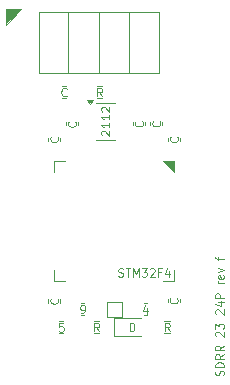
<source format=gbr>
%TF.GenerationSoftware,KiCad,Pcbnew,8.0.5*%
%TF.CreationDate,2025-07-05T09:51:00+01:00*%
%TF.ProjectId,sdrr rev f,73647272-2072-4657-9620-662e6b696361,rev?*%
%TF.SameCoordinates,Original*%
%TF.FileFunction,Legend,Top*%
%TF.FilePolarity,Positive*%
%FSLAX46Y46*%
G04 Gerber Fmt 4.6, Leading zero omitted, Abs format (unit mm)*
G04 Created by KiCad (PCBNEW 8.0.5) date 2025-07-05 09:51:00*
%MOMM*%
%LPD*%
G01*
G04 APERTURE LIST*
%ADD10C,0.100000*%
%ADD11C,0.120000*%
G04 APERTURE END LIST*
D10*
X100076000Y-31521400D02*
X100076000Y-30226000D01*
X101346000Y-30226000D01*
X100076000Y-31521400D01*
G36*
X100076000Y-31521400D02*
G01*
X100076000Y-30226000D01*
X101346000Y-30226000D01*
X100076000Y-31521400D01*
G37*
X107938066Y-57468633D02*
X107704733Y-57135300D01*
X107538066Y-57468633D02*
X107538066Y-56768633D01*
X107538066Y-56768633D02*
X107804733Y-56768633D01*
X107804733Y-56768633D02*
X107871400Y-56801966D01*
X107871400Y-56801966D02*
X107904733Y-56835300D01*
X107904733Y-56835300D02*
X107938066Y-56901966D01*
X107938066Y-56901966D02*
X107938066Y-57001966D01*
X107938066Y-57001966D02*
X107904733Y-57068633D01*
X107904733Y-57068633D02*
X107871400Y-57101966D01*
X107871400Y-57101966D02*
X107804733Y-57135300D01*
X107804733Y-57135300D02*
X107538066Y-57135300D01*
X106419667Y-55944633D02*
X106553000Y-55944633D01*
X106553000Y-55944633D02*
X106619667Y-55911300D01*
X106619667Y-55911300D02*
X106653000Y-55877966D01*
X106653000Y-55877966D02*
X106719667Y-55777966D01*
X106719667Y-55777966D02*
X106753000Y-55644633D01*
X106753000Y-55644633D02*
X106753000Y-55377966D01*
X106753000Y-55377966D02*
X106719667Y-55311300D01*
X106719667Y-55311300D02*
X106686333Y-55277966D01*
X106686333Y-55277966D02*
X106619667Y-55244633D01*
X106619667Y-55244633D02*
X106486333Y-55244633D01*
X106486333Y-55244633D02*
X106419667Y-55277966D01*
X106419667Y-55277966D02*
X106386333Y-55311300D01*
X106386333Y-55311300D02*
X106353000Y-55377966D01*
X106353000Y-55377966D02*
X106353000Y-55544633D01*
X106353000Y-55544633D02*
X106386333Y-55611300D01*
X106386333Y-55611300D02*
X106419667Y-55644633D01*
X106419667Y-55644633D02*
X106486333Y-55677966D01*
X106486333Y-55677966D02*
X106619667Y-55677966D01*
X106619667Y-55677966D02*
X106686333Y-55644633D01*
X106686333Y-55644633D02*
X106719667Y-55611300D01*
X106719667Y-55611300D02*
X106753000Y-55544633D01*
X104442766Y-41007533D02*
X104476100Y-41040866D01*
X104476100Y-41040866D02*
X104509433Y-41140866D01*
X104509433Y-41140866D02*
X104509433Y-41207533D01*
X104509433Y-41207533D02*
X104476100Y-41307533D01*
X104476100Y-41307533D02*
X104409433Y-41374200D01*
X104409433Y-41374200D02*
X104342766Y-41407533D01*
X104342766Y-41407533D02*
X104209433Y-41440866D01*
X104209433Y-41440866D02*
X104109433Y-41440866D01*
X104109433Y-41440866D02*
X103976100Y-41407533D01*
X103976100Y-41407533D02*
X103909433Y-41374200D01*
X103909433Y-41374200D02*
X103842766Y-41307533D01*
X103842766Y-41307533D02*
X103809433Y-41207533D01*
X103809433Y-41207533D02*
X103809433Y-41140866D01*
X103809433Y-41140866D02*
X103842766Y-41040866D01*
X103842766Y-41040866D02*
X103876100Y-41007533D01*
X110535266Y-57443233D02*
X110535266Y-56743233D01*
X110535266Y-56743233D02*
X110701933Y-56743233D01*
X110701933Y-56743233D02*
X110801933Y-56776566D01*
X110801933Y-56776566D02*
X110868600Y-56843233D01*
X110868600Y-56843233D02*
X110901933Y-56909900D01*
X110901933Y-56909900D02*
X110935266Y-57043233D01*
X110935266Y-57043233D02*
X110935266Y-57143233D01*
X110935266Y-57143233D02*
X110901933Y-57276566D01*
X110901933Y-57276566D02*
X110868600Y-57343233D01*
X110868600Y-57343233D02*
X110801933Y-57409900D01*
X110801933Y-57409900D02*
X110701933Y-57443233D01*
X110701933Y-57443233D02*
X110535266Y-57443233D01*
X104916267Y-56794033D02*
X104582933Y-56794033D01*
X104582933Y-56794033D02*
X104549600Y-57127366D01*
X104549600Y-57127366D02*
X104582933Y-57094033D01*
X104582933Y-57094033D02*
X104649600Y-57060700D01*
X104649600Y-57060700D02*
X104816267Y-57060700D01*
X104816267Y-57060700D02*
X104882933Y-57094033D01*
X104882933Y-57094033D02*
X104916267Y-57127366D01*
X104916267Y-57127366D02*
X104949600Y-57194033D01*
X104949600Y-57194033D02*
X104949600Y-57360700D01*
X104949600Y-57360700D02*
X104916267Y-57427366D01*
X104916267Y-57427366D02*
X104882933Y-57460700D01*
X104882933Y-57460700D02*
X104816267Y-57494033D01*
X104816267Y-57494033D02*
X104649600Y-57494033D01*
X104649600Y-57494033D02*
X104582933Y-57460700D01*
X104582933Y-57460700D02*
X104549600Y-57427366D01*
X105194866Y-37513766D02*
X105161533Y-37547100D01*
X105161533Y-37547100D02*
X105061533Y-37580433D01*
X105061533Y-37580433D02*
X104994866Y-37580433D01*
X104994866Y-37580433D02*
X104894866Y-37547100D01*
X104894866Y-37547100D02*
X104828200Y-37480433D01*
X104828200Y-37480433D02*
X104794866Y-37413766D01*
X104794866Y-37413766D02*
X104761533Y-37280433D01*
X104761533Y-37280433D02*
X104761533Y-37180433D01*
X104761533Y-37180433D02*
X104794866Y-37047100D01*
X104794866Y-37047100D02*
X104828200Y-36980433D01*
X104828200Y-36980433D02*
X104894866Y-36913766D01*
X104894866Y-36913766D02*
X104994866Y-36880433D01*
X104994866Y-36880433D02*
X105061533Y-36880433D01*
X105061533Y-36880433D02*
X105161533Y-36913766D01*
X105161533Y-36913766D02*
X105194866Y-36947100D01*
X104442766Y-54698133D02*
X104476100Y-54731466D01*
X104476100Y-54731466D02*
X104509433Y-54831466D01*
X104509433Y-54831466D02*
X104509433Y-54898133D01*
X104509433Y-54898133D02*
X104476100Y-54998133D01*
X104476100Y-54998133D02*
X104409433Y-55064800D01*
X104409433Y-55064800D02*
X104342766Y-55098133D01*
X104342766Y-55098133D02*
X104209433Y-55131466D01*
X104209433Y-55131466D02*
X104109433Y-55131466D01*
X104109433Y-55131466D02*
X103976100Y-55098133D01*
X103976100Y-55098133D02*
X103909433Y-55064800D01*
X103909433Y-55064800D02*
X103842766Y-54998133D01*
X103842766Y-54998133D02*
X103809433Y-54898133D01*
X103809433Y-54898133D02*
X103809433Y-54831466D01*
X103809433Y-54831466D02*
X103842766Y-54731466D01*
X103842766Y-54731466D02*
X103876100Y-54698133D01*
X111605566Y-39686733D02*
X111638900Y-39720066D01*
X111638900Y-39720066D02*
X111672233Y-39820066D01*
X111672233Y-39820066D02*
X111672233Y-39886733D01*
X111672233Y-39886733D02*
X111638900Y-39986733D01*
X111638900Y-39986733D02*
X111572233Y-40053400D01*
X111572233Y-40053400D02*
X111505566Y-40086733D01*
X111505566Y-40086733D02*
X111372233Y-40120066D01*
X111372233Y-40120066D02*
X111272233Y-40120066D01*
X111272233Y-40120066D02*
X111138900Y-40086733D01*
X111138900Y-40086733D02*
X111072233Y-40053400D01*
X111072233Y-40053400D02*
X111005566Y-39986733D01*
X111005566Y-39986733D02*
X110972233Y-39886733D01*
X110972233Y-39886733D02*
X110972233Y-39820066D01*
X110972233Y-39820066D02*
X111005566Y-39720066D01*
X111005566Y-39720066D02*
X111038900Y-39686733D01*
X109593333Y-52812500D02*
X109693333Y-52845833D01*
X109693333Y-52845833D02*
X109860000Y-52845833D01*
X109860000Y-52845833D02*
X109926666Y-52812500D01*
X109926666Y-52812500D02*
X109960000Y-52779166D01*
X109960000Y-52779166D02*
X109993333Y-52712500D01*
X109993333Y-52712500D02*
X109993333Y-52645833D01*
X109993333Y-52645833D02*
X109960000Y-52579166D01*
X109960000Y-52579166D02*
X109926666Y-52545833D01*
X109926666Y-52545833D02*
X109860000Y-52512500D01*
X109860000Y-52512500D02*
X109726666Y-52479166D01*
X109726666Y-52479166D02*
X109660000Y-52445833D01*
X109660000Y-52445833D02*
X109626666Y-52412500D01*
X109626666Y-52412500D02*
X109593333Y-52345833D01*
X109593333Y-52345833D02*
X109593333Y-52279166D01*
X109593333Y-52279166D02*
X109626666Y-52212500D01*
X109626666Y-52212500D02*
X109660000Y-52179166D01*
X109660000Y-52179166D02*
X109726666Y-52145833D01*
X109726666Y-52145833D02*
X109893333Y-52145833D01*
X109893333Y-52145833D02*
X109993333Y-52179166D01*
X110193333Y-52145833D02*
X110593333Y-52145833D01*
X110393333Y-52845833D02*
X110393333Y-52145833D01*
X110826666Y-52845833D02*
X110826666Y-52145833D01*
X110826666Y-52145833D02*
X111060000Y-52645833D01*
X111060000Y-52645833D02*
X111293333Y-52145833D01*
X111293333Y-52145833D02*
X111293333Y-52845833D01*
X111560000Y-52145833D02*
X111993333Y-52145833D01*
X111993333Y-52145833D02*
X111760000Y-52412500D01*
X111760000Y-52412500D02*
X111860000Y-52412500D01*
X111860000Y-52412500D02*
X111926666Y-52445833D01*
X111926666Y-52445833D02*
X111960000Y-52479166D01*
X111960000Y-52479166D02*
X111993333Y-52545833D01*
X111993333Y-52545833D02*
X111993333Y-52712500D01*
X111993333Y-52712500D02*
X111960000Y-52779166D01*
X111960000Y-52779166D02*
X111926666Y-52812500D01*
X111926666Y-52812500D02*
X111860000Y-52845833D01*
X111860000Y-52845833D02*
X111660000Y-52845833D01*
X111660000Y-52845833D02*
X111593333Y-52812500D01*
X111593333Y-52812500D02*
X111560000Y-52779166D01*
X112260000Y-52212500D02*
X112293333Y-52179166D01*
X112293333Y-52179166D02*
X112360000Y-52145833D01*
X112360000Y-52145833D02*
X112526667Y-52145833D01*
X112526667Y-52145833D02*
X112593333Y-52179166D01*
X112593333Y-52179166D02*
X112626667Y-52212500D01*
X112626667Y-52212500D02*
X112660000Y-52279166D01*
X112660000Y-52279166D02*
X112660000Y-52345833D01*
X112660000Y-52345833D02*
X112626667Y-52445833D01*
X112626667Y-52445833D02*
X112226667Y-52845833D01*
X112226667Y-52845833D02*
X112660000Y-52845833D01*
X113193334Y-52479166D02*
X112960000Y-52479166D01*
X112960000Y-52845833D02*
X112960000Y-52145833D01*
X112960000Y-52145833D02*
X113293334Y-52145833D01*
X113860000Y-52379166D02*
X113860000Y-52845833D01*
X113693334Y-52112500D02*
X113526667Y-52612500D01*
X113526667Y-52612500D02*
X113960000Y-52612500D01*
X108192066Y-37580433D02*
X107958733Y-37247100D01*
X107792066Y-37580433D02*
X107792066Y-36880433D01*
X107792066Y-36880433D02*
X108058733Y-36880433D01*
X108058733Y-36880433D02*
X108125400Y-36913766D01*
X108125400Y-36913766D02*
X108158733Y-36947100D01*
X108158733Y-36947100D02*
X108192066Y-37013766D01*
X108192066Y-37013766D02*
X108192066Y-37113766D01*
X108192066Y-37113766D02*
X108158733Y-37180433D01*
X108158733Y-37180433D02*
X108125400Y-37213766D01*
X108125400Y-37213766D02*
X108058733Y-37247100D01*
X108058733Y-37247100D02*
X107792066Y-37247100D01*
X113932466Y-57468633D02*
X113699133Y-57135300D01*
X113532466Y-57468633D02*
X113532466Y-56768633D01*
X113532466Y-56768633D02*
X113799133Y-56768633D01*
X113799133Y-56768633D02*
X113865800Y-56801966D01*
X113865800Y-56801966D02*
X113899133Y-56835300D01*
X113899133Y-56835300D02*
X113932466Y-56901966D01*
X113932466Y-56901966D02*
X113932466Y-57001966D01*
X113932466Y-57001966D02*
X113899133Y-57068633D01*
X113899133Y-57068633D02*
X113865800Y-57101966D01*
X113865800Y-57101966D02*
X113799133Y-57135300D01*
X113799133Y-57135300D02*
X113532466Y-57135300D01*
X105941366Y-39712133D02*
X105974700Y-39745466D01*
X105974700Y-39745466D02*
X106008033Y-39845466D01*
X106008033Y-39845466D02*
X106008033Y-39912133D01*
X106008033Y-39912133D02*
X105974700Y-40012133D01*
X105974700Y-40012133D02*
X105908033Y-40078800D01*
X105908033Y-40078800D02*
X105841366Y-40112133D01*
X105841366Y-40112133D02*
X105708033Y-40145466D01*
X105708033Y-40145466D02*
X105608033Y-40145466D01*
X105608033Y-40145466D02*
X105474700Y-40112133D01*
X105474700Y-40112133D02*
X105408033Y-40078800D01*
X105408033Y-40078800D02*
X105341366Y-40012133D01*
X105341366Y-40012133D02*
X105308033Y-39912133D01*
X105308033Y-39912133D02*
X105308033Y-39845466D01*
X105308033Y-39845466D02*
X105341366Y-39745466D01*
X105341366Y-39745466D02*
X105374700Y-39712133D01*
X114577366Y-41007533D02*
X114610700Y-41040866D01*
X114610700Y-41040866D02*
X114644033Y-41140866D01*
X114644033Y-41140866D02*
X114644033Y-41207533D01*
X114644033Y-41207533D02*
X114610700Y-41307533D01*
X114610700Y-41307533D02*
X114544033Y-41374200D01*
X114544033Y-41374200D02*
X114477366Y-41407533D01*
X114477366Y-41407533D02*
X114344033Y-41440866D01*
X114344033Y-41440866D02*
X114244033Y-41440866D01*
X114244033Y-41440866D02*
X114110700Y-41407533D01*
X114110700Y-41407533D02*
X114044033Y-41374200D01*
X114044033Y-41374200D02*
X113977366Y-41307533D01*
X113977366Y-41307533D02*
X113944033Y-41207533D01*
X113944033Y-41207533D02*
X113944033Y-41140866D01*
X113944033Y-41140866D02*
X113977366Y-41040866D01*
X113977366Y-41040866D02*
X114010700Y-41007533D01*
X118471500Y-61193532D02*
X118504833Y-61093532D01*
X118504833Y-61093532D02*
X118504833Y-60926866D01*
X118504833Y-60926866D02*
X118471500Y-60860199D01*
X118471500Y-60860199D02*
X118438166Y-60826866D01*
X118438166Y-60826866D02*
X118371500Y-60793532D01*
X118371500Y-60793532D02*
X118304833Y-60793532D01*
X118304833Y-60793532D02*
X118238166Y-60826866D01*
X118238166Y-60826866D02*
X118204833Y-60860199D01*
X118204833Y-60860199D02*
X118171500Y-60926866D01*
X118171500Y-60926866D02*
X118138166Y-61060199D01*
X118138166Y-61060199D02*
X118104833Y-61126866D01*
X118104833Y-61126866D02*
X118071500Y-61160199D01*
X118071500Y-61160199D02*
X118004833Y-61193532D01*
X118004833Y-61193532D02*
X117938166Y-61193532D01*
X117938166Y-61193532D02*
X117871500Y-61160199D01*
X117871500Y-61160199D02*
X117838166Y-61126866D01*
X117838166Y-61126866D02*
X117804833Y-61060199D01*
X117804833Y-61060199D02*
X117804833Y-60893532D01*
X117804833Y-60893532D02*
X117838166Y-60793532D01*
X118504833Y-60493532D02*
X117804833Y-60493532D01*
X117804833Y-60493532D02*
X117804833Y-60326865D01*
X117804833Y-60326865D02*
X117838166Y-60226865D01*
X117838166Y-60226865D02*
X117904833Y-60160199D01*
X117904833Y-60160199D02*
X117971500Y-60126865D01*
X117971500Y-60126865D02*
X118104833Y-60093532D01*
X118104833Y-60093532D02*
X118204833Y-60093532D01*
X118204833Y-60093532D02*
X118338166Y-60126865D01*
X118338166Y-60126865D02*
X118404833Y-60160199D01*
X118404833Y-60160199D02*
X118471500Y-60226865D01*
X118471500Y-60226865D02*
X118504833Y-60326865D01*
X118504833Y-60326865D02*
X118504833Y-60493532D01*
X118504833Y-59393532D02*
X118171500Y-59626865D01*
X118504833Y-59793532D02*
X117804833Y-59793532D01*
X117804833Y-59793532D02*
X117804833Y-59526865D01*
X117804833Y-59526865D02*
X117838166Y-59460199D01*
X117838166Y-59460199D02*
X117871500Y-59426865D01*
X117871500Y-59426865D02*
X117938166Y-59393532D01*
X117938166Y-59393532D02*
X118038166Y-59393532D01*
X118038166Y-59393532D02*
X118104833Y-59426865D01*
X118104833Y-59426865D02*
X118138166Y-59460199D01*
X118138166Y-59460199D02*
X118171500Y-59526865D01*
X118171500Y-59526865D02*
X118171500Y-59793532D01*
X118504833Y-58693532D02*
X118171500Y-58926865D01*
X118504833Y-59093532D02*
X117804833Y-59093532D01*
X117804833Y-59093532D02*
X117804833Y-58826865D01*
X117804833Y-58826865D02*
X117838166Y-58760199D01*
X117838166Y-58760199D02*
X117871500Y-58726865D01*
X117871500Y-58726865D02*
X117938166Y-58693532D01*
X117938166Y-58693532D02*
X118038166Y-58693532D01*
X118038166Y-58693532D02*
X118104833Y-58726865D01*
X118104833Y-58726865D02*
X118138166Y-58760199D01*
X118138166Y-58760199D02*
X118171500Y-58826865D01*
X118171500Y-58826865D02*
X118171500Y-59093532D01*
X117871500Y-57893532D02*
X117838166Y-57860199D01*
X117838166Y-57860199D02*
X117804833Y-57793532D01*
X117804833Y-57793532D02*
X117804833Y-57626866D01*
X117804833Y-57626866D02*
X117838166Y-57560199D01*
X117838166Y-57560199D02*
X117871500Y-57526866D01*
X117871500Y-57526866D02*
X117938166Y-57493532D01*
X117938166Y-57493532D02*
X118004833Y-57493532D01*
X118004833Y-57493532D02*
X118104833Y-57526866D01*
X118104833Y-57526866D02*
X118504833Y-57926866D01*
X118504833Y-57926866D02*
X118504833Y-57493532D01*
X117804833Y-57260199D02*
X117804833Y-56826865D01*
X117804833Y-56826865D02*
X118071500Y-57060199D01*
X118071500Y-57060199D02*
X118071500Y-56960199D01*
X118071500Y-56960199D02*
X118104833Y-56893532D01*
X118104833Y-56893532D02*
X118138166Y-56860199D01*
X118138166Y-56860199D02*
X118204833Y-56826865D01*
X118204833Y-56826865D02*
X118371500Y-56826865D01*
X118371500Y-56826865D02*
X118438166Y-56860199D01*
X118438166Y-56860199D02*
X118471500Y-56893532D01*
X118471500Y-56893532D02*
X118504833Y-56960199D01*
X118504833Y-56960199D02*
X118504833Y-57160199D01*
X118504833Y-57160199D02*
X118471500Y-57226865D01*
X118471500Y-57226865D02*
X118438166Y-57260199D01*
X117871500Y-56026865D02*
X117838166Y-55993532D01*
X117838166Y-55993532D02*
X117804833Y-55926865D01*
X117804833Y-55926865D02*
X117804833Y-55760199D01*
X117804833Y-55760199D02*
X117838166Y-55693532D01*
X117838166Y-55693532D02*
X117871500Y-55660199D01*
X117871500Y-55660199D02*
X117938166Y-55626865D01*
X117938166Y-55626865D02*
X118004833Y-55626865D01*
X118004833Y-55626865D02*
X118104833Y-55660199D01*
X118104833Y-55660199D02*
X118504833Y-56060199D01*
X118504833Y-56060199D02*
X118504833Y-55626865D01*
X118038166Y-55026865D02*
X118504833Y-55026865D01*
X117771500Y-55193532D02*
X118271500Y-55360198D01*
X118271500Y-55360198D02*
X118271500Y-54926865D01*
X118504833Y-54660198D02*
X117804833Y-54660198D01*
X117804833Y-54660198D02*
X117804833Y-54393531D01*
X117804833Y-54393531D02*
X117838166Y-54326865D01*
X117838166Y-54326865D02*
X117871500Y-54293531D01*
X117871500Y-54293531D02*
X117938166Y-54260198D01*
X117938166Y-54260198D02*
X118038166Y-54260198D01*
X118038166Y-54260198D02*
X118104833Y-54293531D01*
X118104833Y-54293531D02*
X118138166Y-54326865D01*
X118138166Y-54326865D02*
X118171500Y-54393531D01*
X118171500Y-54393531D02*
X118171500Y-54660198D01*
X118504833Y-53426865D02*
X118038166Y-53426865D01*
X118171500Y-53426865D02*
X118104833Y-53393532D01*
X118104833Y-53393532D02*
X118071500Y-53360198D01*
X118071500Y-53360198D02*
X118038166Y-53293532D01*
X118038166Y-53293532D02*
X118038166Y-53226865D01*
X118471500Y-52726865D02*
X118504833Y-52793532D01*
X118504833Y-52793532D02*
X118504833Y-52926865D01*
X118504833Y-52926865D02*
X118471500Y-52993532D01*
X118471500Y-52993532D02*
X118404833Y-53026865D01*
X118404833Y-53026865D02*
X118138166Y-53026865D01*
X118138166Y-53026865D02*
X118071500Y-52993532D01*
X118071500Y-52993532D02*
X118038166Y-52926865D01*
X118038166Y-52926865D02*
X118038166Y-52793532D01*
X118038166Y-52793532D02*
X118071500Y-52726865D01*
X118071500Y-52726865D02*
X118138166Y-52693532D01*
X118138166Y-52693532D02*
X118204833Y-52693532D01*
X118204833Y-52693532D02*
X118271500Y-53026865D01*
X118038166Y-52460199D02*
X118504833Y-52293532D01*
X118504833Y-52293532D02*
X118038166Y-52126865D01*
X118038166Y-51426866D02*
X118038166Y-51160199D01*
X118504833Y-51326866D02*
X117904833Y-51326866D01*
X117904833Y-51326866D02*
X117838166Y-51293533D01*
X117838166Y-51293533D02*
X117804833Y-51226866D01*
X117804833Y-51226866D02*
X117804833Y-51160199D01*
X108194100Y-40874800D02*
X108160766Y-40841467D01*
X108160766Y-40841467D02*
X108127433Y-40774800D01*
X108127433Y-40774800D02*
X108127433Y-40608134D01*
X108127433Y-40608134D02*
X108160766Y-40541467D01*
X108160766Y-40541467D02*
X108194100Y-40508134D01*
X108194100Y-40508134D02*
X108260766Y-40474800D01*
X108260766Y-40474800D02*
X108327433Y-40474800D01*
X108327433Y-40474800D02*
X108427433Y-40508134D01*
X108427433Y-40508134D02*
X108827433Y-40908134D01*
X108827433Y-40908134D02*
X108827433Y-40474800D01*
X108827433Y-39808133D02*
X108827433Y-40208133D01*
X108827433Y-40008133D02*
X108127433Y-40008133D01*
X108127433Y-40008133D02*
X108227433Y-40074800D01*
X108227433Y-40074800D02*
X108294100Y-40141467D01*
X108294100Y-40141467D02*
X108327433Y-40208133D01*
X108827433Y-39141466D02*
X108827433Y-39541466D01*
X108827433Y-39341466D02*
X108127433Y-39341466D01*
X108127433Y-39341466D02*
X108227433Y-39408133D01*
X108227433Y-39408133D02*
X108294100Y-39474800D01*
X108294100Y-39474800D02*
X108327433Y-39541466D01*
X108194100Y-38874799D02*
X108160766Y-38841466D01*
X108160766Y-38841466D02*
X108127433Y-38774799D01*
X108127433Y-38774799D02*
X108127433Y-38608133D01*
X108127433Y-38608133D02*
X108160766Y-38541466D01*
X108160766Y-38541466D02*
X108194100Y-38508133D01*
X108194100Y-38508133D02*
X108260766Y-38474799D01*
X108260766Y-38474799D02*
X108327433Y-38474799D01*
X108327433Y-38474799D02*
X108427433Y-38508133D01*
X108427433Y-38508133D02*
X108827433Y-38908133D01*
X108827433Y-38908133D02*
X108827433Y-38474799D01*
X114551966Y-54672733D02*
X114585300Y-54706066D01*
X114585300Y-54706066D02*
X114618633Y-54806066D01*
X114618633Y-54806066D02*
X114618633Y-54872733D01*
X114618633Y-54872733D02*
X114585300Y-54972733D01*
X114585300Y-54972733D02*
X114518633Y-55039400D01*
X114518633Y-55039400D02*
X114451966Y-55072733D01*
X114451966Y-55072733D02*
X114318633Y-55106066D01*
X114318633Y-55106066D02*
X114218633Y-55106066D01*
X114218633Y-55106066D02*
X114085300Y-55072733D01*
X114085300Y-55072733D02*
X114018633Y-55039400D01*
X114018633Y-55039400D02*
X113951966Y-54972733D01*
X113951966Y-54972733D02*
X113918633Y-54872733D01*
X113918633Y-54872733D02*
X113918633Y-54806066D01*
X113918633Y-54806066D02*
X113951966Y-54706066D01*
X113951966Y-54706066D02*
X113985300Y-54672733D01*
X113078766Y-39686733D02*
X113112100Y-39720066D01*
X113112100Y-39720066D02*
X113145433Y-39820066D01*
X113145433Y-39820066D02*
X113145433Y-39886733D01*
X113145433Y-39886733D02*
X113112100Y-39986733D01*
X113112100Y-39986733D02*
X113045433Y-40053400D01*
X113045433Y-40053400D02*
X112978766Y-40086733D01*
X112978766Y-40086733D02*
X112845433Y-40120066D01*
X112845433Y-40120066D02*
X112745433Y-40120066D01*
X112745433Y-40120066D02*
X112612100Y-40086733D01*
X112612100Y-40086733D02*
X112545433Y-40053400D01*
X112545433Y-40053400D02*
X112478766Y-39986733D01*
X112478766Y-39986733D02*
X112445433Y-39886733D01*
X112445433Y-39886733D02*
X112445433Y-39820066D01*
X112445433Y-39820066D02*
X112478766Y-39720066D01*
X112478766Y-39720066D02*
X112512100Y-39686733D01*
X112020333Y-55503366D02*
X112020333Y-55970033D01*
X111853667Y-55236700D02*
X111687000Y-55736700D01*
X111687000Y-55736700D02*
X112120333Y-55736700D01*
D11*
%TO.C,R3*%
X113953058Y-56602100D02*
X113478542Y-56602100D01*
X113953058Y-57647100D02*
X113478542Y-57647100D01*
%TO.C,C1*%
X105118780Y-36726400D02*
X104837620Y-36726400D01*
X105118780Y-37746400D02*
X104837620Y-37746400D01*
%TO.C,C3*%
X112291400Y-40043980D02*
X112291400Y-39762820D01*
X113311400Y-40043980D02*
X113311400Y-39762820D01*
%TO.C,C2*%
X110792800Y-40043980D02*
X110792800Y-39762820D01*
X111812800Y-40043980D02*
X111812800Y-39762820D01*
%TO.C,U3*%
X108488900Y-38150400D02*
X107688900Y-38150400D01*
X108488900Y-38150400D02*
X109288900Y-38150400D01*
X108488900Y-41270400D02*
X107688900Y-41270400D01*
X108488900Y-41270400D02*
X109288900Y-41270400D01*
X107188900Y-38200400D02*
X106948900Y-37870400D01*
X107428900Y-37870400D01*
X107188900Y-38200400D01*
G36*
X107188900Y-38200400D02*
G01*
X106948900Y-37870400D01*
X107428900Y-37870400D01*
X107188900Y-38200400D01*
G37*
%TO.C,TP1*%
X108585000Y-54974800D02*
X109855000Y-54974800D01*
X108585000Y-56244800D02*
X108585000Y-54974800D01*
X109855000Y-54974800D02*
X109855000Y-56244800D01*
X109855000Y-56244800D02*
X108585000Y-56244800D01*
%TO.C,RC5*%
X104864780Y-56640000D02*
X104583620Y-56640000D01*
X104864780Y-57660000D02*
X104583620Y-57660000D01*
%TO.C,R2*%
X107738142Y-36713900D02*
X108212658Y-36713900D01*
X107738142Y-37758900D02*
X108212658Y-37758900D01*
%TO.C,C7*%
X103655400Y-41364780D02*
X103655400Y-41083620D01*
X104675400Y-41364780D02*
X104675400Y-41083620D01*
%TO.C,C6*%
X113764600Y-54748820D02*
X113764600Y-55029980D01*
X114784600Y-54748820D02*
X114784600Y-55029980D01*
%TO.C,J2*%
X102870000Y-30420000D02*
X102870000Y-35620000D01*
X105350000Y-30420000D02*
X105350000Y-35620000D01*
X107950000Y-30429200D02*
X107950000Y-35620000D01*
X110490000Y-30420000D02*
X110490000Y-35610800D01*
X113030000Y-30420000D02*
X102870000Y-30420000D01*
X113030000Y-30420000D02*
X113030000Y-35610800D01*
X113030000Y-35610800D02*
X102870000Y-35620000D01*
%TO.C,RC4*%
X111746420Y-55090600D02*
X112027580Y-55090600D01*
X111746420Y-56110600D02*
X112027580Y-56110600D01*
%TO.C,U1*%
X104110000Y-43023000D02*
X105060000Y-43023000D01*
X104110000Y-43973000D02*
X104110000Y-43023000D01*
X104110000Y-52293000D02*
X104110000Y-53243000D01*
X104110000Y-53243000D02*
X105060000Y-53243000D01*
X114330000Y-43023000D02*
X113380000Y-43023000D01*
X114330000Y-43973000D02*
X114330000Y-43023000D01*
X114330000Y-52293000D02*
X114330000Y-53243000D01*
X114330000Y-53243000D02*
X113380000Y-53243000D01*
D10*
X114330000Y-43973000D02*
X113380000Y-43023000D01*
X114330000Y-43023000D01*
X114330000Y-43973000D01*
G36*
X114330000Y-43973000D02*
G01*
X113380000Y-43023000D01*
X114330000Y-43023000D01*
X114330000Y-43973000D01*
G37*
D11*
%TO.C,C4*%
X103655400Y-54774220D02*
X103655400Y-55055380D01*
X104675400Y-54774220D02*
X104675400Y-55055380D01*
%TO.C,C5*%
X105154000Y-40043980D02*
X105154000Y-39762820D01*
X106174000Y-40043980D02*
X106174000Y-39762820D01*
%TO.C,C9*%
X106412420Y-55090600D02*
X106693580Y-55090600D01*
X106412420Y-56110600D02*
X106693580Y-56110600D01*
%TO.C,D1*%
X109233600Y-56389600D02*
X109233600Y-57859600D01*
X109233600Y-57859600D02*
X111518600Y-57859600D01*
X111518600Y-56389600D02*
X109233600Y-56389600D01*
%TO.C,C8*%
X113790000Y-41364780D02*
X113790000Y-41083620D01*
X114810000Y-41364780D02*
X114810000Y-41083620D01*
%TO.C,R1*%
X107958658Y-56602100D02*
X107484142Y-56602100D01*
X107958658Y-57647100D02*
X107484142Y-57647100D01*
%TD*%
M02*

</source>
